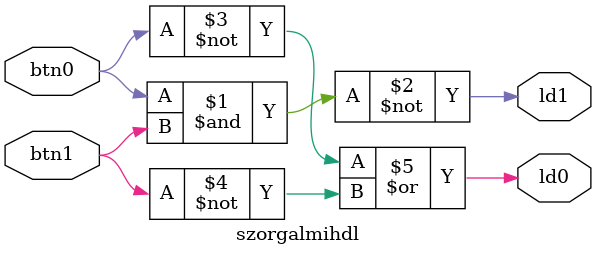
<source format=v>
`timescale 1ns / 1ps
module szorgalmihdl(
	input btn0, btn1,
	output ld0, ld1
    );
assign ld1 = ~ (btn0 & btn1);
assign ld0 = ~ btn0 | ~ btn1;


endmodule

</source>
